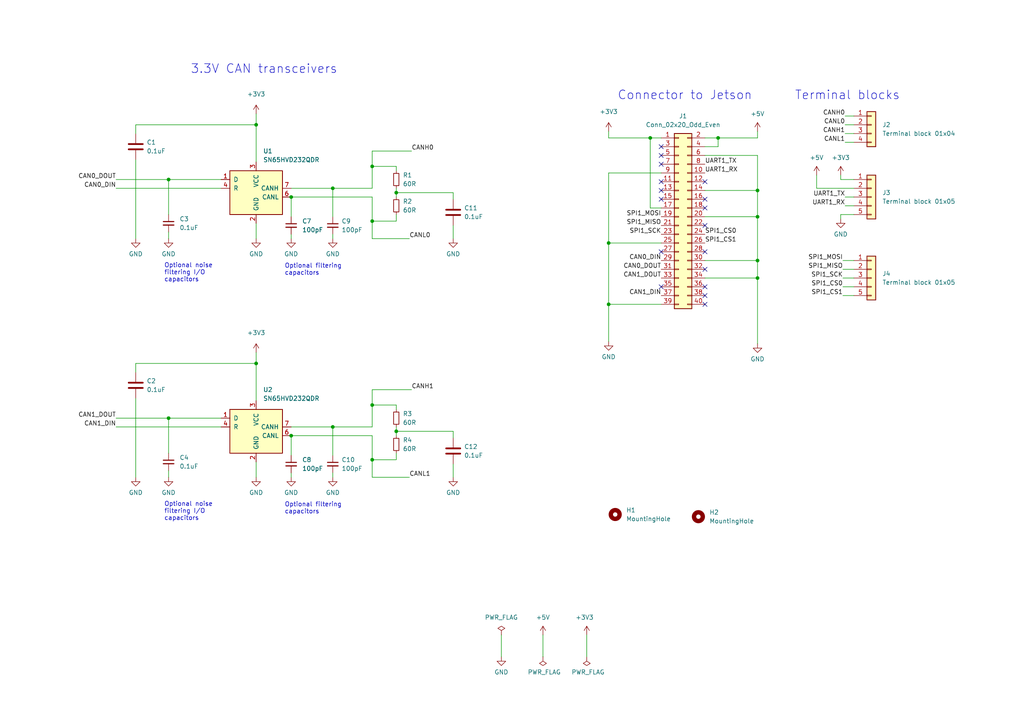
<source format=kicad_sch>
(kicad_sch (version 20211123) (generator eeschema)
  (paper "A4")
  (title_block (title "Jetson interface board w/ 3.3V CAN transceivers") (date "2022-05-08") (comment 2 "Author: Vincent Nguyen"))
  (lib_symbols
    (symbol "Connector_Generic:Conn_01x04" (pin_names (offset 1.016) hide)
      (property "Reference" "J" (at 0 5.08 0))
      (property "Value" "Conn_01x04" (at 0 -7.62 0))
      (symbol "Conn_01x04_1_1"
        (rectangle (start -1.27 -4.953) (end 0 -5.207) (stroke (width 0.1524)))
        (rectangle (start -1.27 -2.413) (end 0 -2.667) (stroke (width 0.1524)))
        (rectangle (start -1.27 0.127) (end 0 -0.127) (stroke (width 0.1524)))
        (rectangle (start -1.27 2.667) (end 0 2.413) (stroke (width 0.1524)))
        (rectangle (start -1.27 3.81) (end 1.27 -6.35) (stroke (width 0.254)) (fill (type background)))
        (pin passive line (at -5.08 2.54 0) (length 3.81) (name "Pin_1") (number "1"))
        (pin passive line (at -5.08 0 0) (length 3.81) (name "Pin_2") (number "2"))
        (pin passive line (at -5.08 -2.54 0) (length 3.81) (name "Pin_3") (number "3"))
        (pin passive line (at -5.08 -5.08 0) (length 3.81) (name "Pin_4") (number "4"))
      )
    )
    (symbol "Connector_Generic:Conn_01x05" (pin_names (offset 1.016) hide)
      (property "Reference" "J" (at 0 7.62 0))
      (property "Value" "Conn_01x05" (at 0 -7.62 0))
      (symbol "Conn_01x05_1_1"
        (rectangle (start -1.27 -4.953) (end 0 -5.207) (stroke (width 0.1524)))
        (rectangle (start -1.27 -2.413) (end 0 -2.667) (stroke (width 0.1524)))
        (rectangle (start -1.27 0.127) (end 0 -0.127) (stroke (width 0.1524)))
        (rectangle (start -1.27 2.667) (end 0 2.413) (stroke (width 0.1524)))
        (rectangle (start -1.27 5.207) (end 0 4.953) (stroke (width 0.1524)))
        (rectangle (start -1.27 6.35) (end 1.27 -6.35) (stroke (width 0.254)) (fill (type background)))
        (pin passive line (at -5.08 5.08 0) (length 3.81) (name "Pin_1") (number "1"))
        (pin passive line (at -5.08 2.54 0) (length 3.81) (name "Pin_2") (number "2"))
        (pin passive line (at -5.08 0 0) (length 3.81) (name "Pin_3") (number "3"))
        (pin passive line (at -5.08 -2.54 0) (length 3.81) (name "Pin_4") (number "4"))
        (pin passive line (at -5.08 -5.08 0) (length 3.81) (name "Pin_5") (number "5"))
      )
    )
    (symbol "Connector_Generic:Conn_02x20_Odd_Even" (pin_names (offset 1.016) hide)
      (property "Reference" "J" (at 1.27 25.4 0))
      (property "Value" "Conn_02x20_Odd_Even" (at 1.27 -27.94 0))
      (symbol "Conn_02x20_Odd_Even_1_1"
        (rectangle (start -1.27 -25.273) (end 0 -25.527) (stroke (width 0.1524)))
        (rectangle (start -1.27 -22.733) (end 0 -22.987) (stroke (width 0.1524)))
        (rectangle (start -1.27 -20.193) (end 0 -20.447) (stroke (width 0.1524)))
        (rectangle (start -1.27 -17.653) (end 0 -17.907) (stroke (width 0.1524)))
        (rectangle (start -1.27 -15.113) (end 0 -15.367) (stroke (width 0.1524)))
        (rectangle (start -1.27 -12.573) (end 0 -12.827) (stroke (width 0.1524)))
        (rectangle (start -1.27 -10.033) (end 0 -10.287) (stroke (width 0.1524)))
        (rectangle (start -1.27 -7.493) (end 0 -7.747) (stroke (width 0.1524)))
        (rectangle (start -1.27 -4.953) (end 0 -5.207) (stroke (width 0.1524)))
        (rectangle (start -1.27 -2.413) (end 0 -2.667) (stroke (width 0.1524)))
        (rectangle (start -1.27 0.127) (end 0 -0.127) (stroke (width 0.1524)))
        (rectangle (start -1.27 2.667) (end 0 2.413) (stroke (width 0.1524)))
        (rectangle (start -1.27 5.207) (end 0 4.953) (stroke (width 0.1524)))
        (rectangle (start -1.27 7.747) (end 0 7.493) (stroke (width 0.1524)))
        (rectangle (start -1.27 10.287) (end 0 10.033) (stroke (width 0.1524)))
        (rectangle (start -1.27 12.827) (end 0 12.573) (stroke (width 0.1524)))
        (rectangle (start -1.27 15.367) (end 0 15.113) (stroke (width 0.1524)))
        (rectangle (start -1.27 17.907) (end 0 17.653) (stroke (width 0.1524)))
        (rectangle (start -1.27 20.447) (end 0 20.193) (stroke (width 0.1524)))
        (rectangle (start -1.27 22.987) (end 0 22.733) (stroke (width 0.1524)))
        (rectangle (start -1.27 24.13) (end 3.81 -26.67) (stroke (width 0.254)) (fill (type background)))
        (rectangle (start 3.81 -25.273) (end 2.54 -25.527) (stroke (width 0.1524)))
        (rectangle (start 3.81 -22.733) (end 2.54 -22.987) (stroke (width 0.1524)))
        (rectangle (start 3.81 -20.193) (end 2.54 -20.447) (stroke (width 0.1524)))
        (rectangle (start 3.81 -17.653) (end 2.54 -17.907) (stroke (width 0.1524)))
        (rectangle (start 3.81 -15.113) (end 2.54 -15.367) (stroke (width 0.1524)))
        (rectangle (start 3.81 -12.573) (end 2.54 -12.827) (stroke (width 0.1524)))
        (rectangle (start 3.81 -10.033) (end 2.54 -10.287) (stroke (width 0.1524)))
        (rectangle (start 3.81 -7.493) (end 2.54 -7.747) (stroke (width 0.1524)))
        (rectangle (start 3.81 -4.953) (end 2.54 -5.207) (stroke (width 0.1524)))
        (rectangle (start 3.81 -2.413) (end 2.54 -2.667) (stroke (width 0.1524)))
        (rectangle (start 3.81 0.127) (end 2.54 -0.127) (stroke (width 0.1524)))
        (rectangle (start 3.81 2.667) (end 2.54 2.413) (stroke (width 0.1524)))
        (rectangle (start 3.81 5.207) (end 2.54 4.953) (stroke (width 0.1524)))
        (rectangle (start 3.81 7.747) (end 2.54 7.493) (stroke (width 0.1524)))
        (rectangle (start 3.81 10.287) (end 2.54 10.033) (stroke (width 0.1524)))
        (rectangle (start 3.81 12.827) (end 2.54 12.573) (stroke (width 0.1524)))
        (rectangle (start 3.81 15.367) (end 2.54 15.113) (stroke (width 0.1524)))
        (rectangle (start 3.81 17.907) (end 2.54 17.653) (stroke (width 0.1524)))
        (rectangle (start 3.81 20.447) (end 2.54 20.193) (stroke (width 0.1524)))
        (rectangle (start 3.81 22.987) (end 2.54 22.733) (stroke (width 0.1524)))
        (pin passive line (at -5.08 22.86 0) (length 3.81) (name "Pin_1") (number "1"))
        (pin passive line (at 7.62 12.7 180) (length 3.81) (name "Pin_10") (number "10"))
        (pin passive line (at -5.08 10.16 0) (length 3.81) (name "Pin_11") (number "11"))
        (pin passive line (at 7.62 10.16 180) (length 3.81) (name "Pin_12") (number "12"))
        (pin passive line (at -5.08 7.62 0) (length 3.81) (name "Pin_13") (number "13"))
        (pin passive line (at 7.62 7.62 180) (length 3.81) (name "Pin_14") (number "14"))
        (pin passive line (at -5.08 5.08 0) (length 3.81) (name "Pin_15") (number "15"))
        (pin passive line (at 7.62 5.08 180) (length 3.81) (name "Pin_16") (number "16"))
        (pin passive line (at -5.08 2.54 0) (length 3.81) (name "Pin_17") (number "17"))
        (pin passive line (at 7.62 2.54 180) (length 3.81) (name "Pin_18") (number "18"))
        (pin passive line (at -5.08 0 0) (length 3.81) (name "Pin_19") (number "19"))
        (pin passive line (at 7.62 22.86 180) (length 3.81) (name "Pin_2") (number "2"))
        (pin passive line (at 7.62 0 180) (length 3.81) (name "Pin_20") (number "20"))
        (pin passive line (at -5.08 -2.54 0) (length 3.81) (name "Pin_21") (number "21"))
        (pin passive line (at 7.62 -2.54 180) (length 3.81) (name "Pin_22") (number "22"))
        (pin passive line (at -5.08 -5.08 0) (length 3.81) (name "Pin_23") (number "23"))
        (pin passive line (at 7.62 -5.08 180) (length 3.81) (name "Pin_24") (number "24"))
        (pin passive line (at -5.08 -7.62 0) (length 3.81) (name "Pin_25") (number "25"))
        (pin passive line (at 7.62 -7.62 180) (length 3.81) (name "Pin_26") (number "26"))
        (pin passive line (at -5.08 -10.16 0) (length 3.81) (name "Pin_27") (number "27"))
        (pin passive line (at 7.62 -10.16 180) (length 3.81) (name "Pin_28") (number "28"))
        (pin passive line (at -5.08 -12.7 0) (length 3.81) (name "Pin_29") (number "29"))
        (pin passive line (at -5.08 20.32 0) (length 3.81) (name "Pin_3") (number "3"))
        (pin passive line (at 7.62 -12.7 180) (length 3.81) (name "Pin_30") (number "30"))
        (pin passive line (at -5.08 -15.24 0) (length 3.81) (name "Pin_31") (number "31"))
        (pin passive line (at 7.62 -15.24 180) (length 3.81) (name "Pin_32") (number "32"))
        (pin passive line (at -5.08 -17.78 0) (length 3.81) (name "Pin_33") (number "33"))
        (pin passive line (at 7.62 -17.78 180) (length 3.81) (name "Pin_34") (number "34"))
        (pin passive line (at -5.08 -20.32 0) (length 3.81) (name "Pin_35") (number "35"))
        (pin passive line (at 7.62 -20.32 180) (length 3.81) (name "Pin_36") (number "36"))
        (pin passive line (at -5.08 -22.86 0) (length 3.81) (name "Pin_37") (number "37"))
        (pin passive line (at 7.62 -22.86 180) (length 3.81) (name "Pin_38") (number "38"))
        (pin passive line (at -5.08 -25.4 0) (length 3.81) (name "Pin_39") (number "39"))
        (pin passive line (at 7.62 20.32 180) (length 3.81) (name "Pin_4") (number "4"))
        (pin passive line (at 7.62 -25.4 180) (length 3.81) (name "Pin_40") (number "40"))
        (pin passive line (at -5.08 17.78 0) (length 3.81) (name "Pin_5") (number "5"))
        (pin passive line (at 7.62 17.78 180) (length 3.81) (name "Pin_6") (number "6"))
        (pin passive line (at -5.08 15.24 0) (length 3.81) (name "Pin_7") (number "7"))
        (pin passive line (at 7.62 15.24 180) (length 3.81) (name "Pin_8") (number "8"))
        (pin passive line (at -5.08 12.7 0) (length 3.81) (name "Pin_9") (number "9"))
      )
    )
    (symbol "Device:C" (pin_numbers hide) (pin_names (offset 0.254))
      (property "Reference" "C" (at 0.635 2.54 0))
      (property "Value" "C" (at 0.635 -2.54 0))
      (symbol "C_0_1"
        (polyline (pts (xy -2.032 -0.762) (xy 2.032 -0.762)) (stroke (width 0.508)))
        (polyline (pts (xy -2.032 0.762) (xy 2.032 0.762)) (stroke (width 0.508)))
      )
      (symbol "C_1_1"
        (pin passive line (at 0 3.81 270) (length 2.794) (name "~") (number "1"))
        (pin passive line (at 0 -3.81 90) (length 2.794) (name "~") (number "2"))
      )
    )
    (symbol "Device:C_Small" (pin_numbers hide) (pin_names (offset 0.254) hide)
      (property "Reference" "C" (at 0.254 1.778 0))
      (property "Value" "C_Small" (at 0.254 -2.032 0))
      (symbol "C_Small_0_1"
        (polyline (pts (xy -1.524 -0.508) (xy 1.524 -0.508)) (stroke (width 0.3302)))
        (polyline (pts (xy -1.524 0.508) (xy 1.524 0.508)) (stroke (width 0.3048)))
      )
      (symbol "C_Small_1_1"
        (pin passive line (at 0 2.54 270) (length 2.032) (name "~") (number "1"))
        (pin passive line (at 0 -2.54 90) (length 2.032) (name "~") (number "2"))
      )
    )
    (symbol "Device:R_Small" (pin_numbers hide) (pin_names (offset 0.254) hide)
      (property "Reference" "R" (at 0.762 0.508 0))
      (property "Value" "R_Small" (at 0.762 -1.016 0))
      (symbol "R_Small_0_1"
        (rectangle (start -0.762 1.778) (end 0.762 -1.778) (stroke (width 0.2032)))
      )
      (symbol "R_Small_1_1"
        (pin passive line (at 0 2.54 270) (length 0.762) (name "~") (number "1"))
        (pin passive line (at 0 -2.54 90) (length 0.762) (name "~") (number "2"))
      )
    )
    (symbol "Interface_CAN_LIN:SN65HVD232" (pin_names (offset 1.016))
      (property "Reference" "U" (at -2.54 10.16 0))
      (property "Value" "SN65HVD232" (at -2.54 7.62 0))
      (symbol "SN65HVD232_0_1"
        (rectangle (start -7.62 5.08) (end 7.62 -7.62) (stroke (width 0.254)) (fill (type background)))
      )
      (symbol "SN65HVD232_1_1"
        (pin input line (at -10.16 2.54 0) (length 2.54) (name "D") (number "1"))
        (pin power_in line (at 0 -10.16 90) (length 2.54) (name "GND") (number "2"))
        (pin power_in line (at 0 7.62 270) (length 2.54) (name "VCC") (number "3"))
        (pin output line (at -10.16 0 0) (length 2.54) (name "R") (number "4"))
        (pin no_connect line (at -10.16 -2.54 0) (length 2.54) hide (name "NC") (number "5"))
        (pin bidirectional line (at 10.16 -2.54 180) (length 2.54) (name "CANL") (number "6"))
        (pin bidirectional line (at 10.16 0 180) (length 2.54) (name "CANH") (number "7"))
        (pin no_connect line (at -10.16 -5.08 0) (length 2.54) hide (name "NC") (number "8"))
      )
    )
    (symbol "Mechanical:MountingHole" (pin_names (offset 1.016))
      (property "Reference" "H" (at 0 5.08 0))
      (property "Value" "MountingHole" (at 0 3.175 0))
      (symbol "MountingHole_0_1"
        (circle (center 0 0) (radius 1.27) (stroke (width 1.27)))
      )
    )
    (symbol "power:+3V3" (power) (pin_names (offset 0))
      (property "Value" "+3V3" (at 0 3.556 0))
      (symbol "+3V3_0_1"
        (polyline (pts (xy -0.762 1.27) (xy 0 2.54)))
        (polyline (pts (xy 0 0) (xy 0 2.54)))
        (polyline (pts (xy 0 2.54) (xy 0.762 1.27)))
      )
      (symbol "+3V3_1_1"
        (pin power_in line (at 0 0 90) (length 0) hide (name "+3V3") (number "1"))
      )
    )
    (symbol "power:+5V" (power) (pin_names (offset 0))
      (property "Value" "+5V" (at 0 3.556 0))
      (symbol "+5V_0_1"
        (polyline (pts (xy -0.762 1.27) (xy 0 2.54)))
        (polyline (pts (xy 0 0) (xy 0 2.54)))
        (polyline (pts (xy 0 2.54) (xy 0.762 1.27)))
      )
      (symbol "+5V_1_1"
        (pin power_in line (at 0 0 90) (length 0) hide (name "+5V") (number "1"))
      )
    )
    (symbol "power:GND" (power) (pin_names (offset 0))
      (property "Value" "GND" (at 0 -3.81 0))
      (symbol "GND_0_1"
        (polyline (pts (xy 0 0) (xy 0 -1.27) (xy 1.27 -1.27) (xy 0 -2.54) (xy -1.27 -1.27) (xy 0 -1.27)))
      )
      (symbol "GND_1_1"
        (pin power_in line (at 0 0 270) (length 0) hide (name "GND") (number "1"))
      )
    )
    (symbol "power:PWR_FLAG" (power) (pin_numbers hide) (pin_names (offset 0) hide)
      (property "Value" "PWR_FLAG" (at 0 3.81 0))
      (symbol "PWR_FLAG_0_0"
        (pin power_out line (at 0 0 90) (length 0) (name "pwr") (number "1"))
      )
      (symbol "PWR_FLAG_0_1"
        (polyline (pts (xy 0 0) (xy 0 1.27) (xy -1.016 1.905) (xy 0 2.54) (xy 1.016 1.905) (xy 0 1.27)))
      )
    )
  )
  (junction (at 48.895 52.07))
  (junction (at 219.71 80.645))
  (junction (at 84.455 126.365))
  (junction (at 107.95 64.135))
  (junction (at 84.455 57.15))
  (junction (at 74.295 36.195))
  (junction (at 219.71 55.245))
  (junction (at 48.895 121.285))
  (junction (at 107.95 117.475))
  (junction (at 176.53 88.265))
  (junction (at 114.935 55.88))
  (junction (at 74.295 105.41))
  (junction (at 208.28 40.005))
  (junction (at 114.935 125.095))
  (junction (at 107.95 133.35))
  (junction (at 96.52 123.825))
  (junction (at 219.71 62.865))
  (junction (at 188.595 40.005))
  (junction (at 176.53 70.485))
  (junction (at 107.95 48.26))
  (junction (at 96.52 54.61))
  (junction (at 219.71 75.565))
  (no_connect (at 191.77 57.785))
  (no_connect (at 191.77 52.705))
  (no_connect (at 191.77 55.245))
  (no_connect (at 191.77 83.185))
  (no_connect (at 191.77 73.025))
  (no_connect (at 204.47 88.265))
  (no_connect (at 191.77 45.085))
  (no_connect (at 191.77 47.625))
  (no_connect (at 191.77 42.545))
  (no_connect (at 204.47 78.105))
  (no_connect (at 204.47 73.025))
  (no_connect (at 204.47 83.185))
  (no_connect (at 204.47 85.725))
  (no_connect (at 204.47 65.405))
  (no_connect (at 204.47 52.705))
  (no_connect (at 204.47 60.325))
  (no_connect (at 204.47 57.785))
  (wire (pts (xy 176.53 50.165) (xy 191.77 50.165)))
  (wire (pts (xy 96.52 123.825) (xy 107.95 123.825)))
  (wire (pts (xy 74.295 133.985) (xy 74.295 138.43)))
  (wire (pts (xy 204.47 42.545) (xy 208.28 42.545)))
  (wire (pts (xy 244.475 85.725) (xy 247.65 85.725)))
  (wire (pts (xy 176.53 70.485) (xy 191.77 70.485)))
  (wire (pts (xy 145.415 184.15) (xy 145.415 190.5)))
  (wire (pts (xy 118.745 138.43) (xy 107.95 138.43)))
  (wire (pts (xy 208.28 40.005) (xy 219.71 40.005)))
  (wire (pts (xy 107.95 69.215) (xy 107.95 64.135)))
  (wire (pts (xy 191.77 60.325) (xy 188.595 60.325)))
  (wire (pts (xy 219.71 99.695) (xy 219.71 80.645)))
  (wire (pts (xy 176.53 40.005) (xy 188.595 40.005)))
  (wire (pts (xy 84.455 126.365) (xy 84.455 132.08)))
  (wire (pts (xy 114.935 64.135) (xy 114.935 62.23)))
  (wire (pts (xy 107.95 117.475) (xy 114.935 117.475)))
  (wire (pts (xy 107.95 48.26) (xy 114.935 48.26)))
  (wire (pts (xy 84.455 123.825) (xy 96.52 123.825)))
  (wire (pts (xy 219.71 75.565) (xy 219.71 62.865)))
  (wire (pts (xy 119.38 43.815) (xy 107.95 43.815)))
  (wire (pts (xy 244.475 78.105) (xy 247.65 78.105)))
  (wire (pts (xy 114.935 55.88) (xy 114.935 57.15)))
  (wire (pts (xy 170.18 184.15) (xy 170.18 190.5)))
  (wire (pts (xy 84.455 126.365) (xy 107.95 126.365)))
  (wire (pts (xy 74.295 33.02) (xy 74.295 36.195)))
  (wire (pts (xy 114.935 54.61) (xy 114.935 55.88)))
  (wire (pts (xy 107.95 113.03) (xy 107.95 117.475)))
  (wire (pts (xy 39.37 36.195) (xy 74.295 36.195)))
  (wire (pts (xy 204.47 45.085) (xy 219.71 45.085)))
  (wire (pts (xy 219.71 40.005) (xy 219.71 38.1)))
  (wire (pts (xy 245.11 38.735) (xy 247.65 38.735)))
  (wire (pts (xy 84.455 57.15) (xy 107.95 57.15)))
  (wire (pts (xy 244.475 83.185) (xy 247.65 83.185)))
  (wire (pts (xy 74.295 36.195) (xy 74.295 46.99)))
  (wire (pts (xy 176.53 88.265) (xy 191.77 88.265)))
  (wire (pts (xy 204.47 62.865) (xy 219.71 62.865)))
  (wire (pts (xy 244.475 75.565) (xy 247.65 75.565)))
  (wire (pts (xy 39.37 46.355) (xy 39.37 69.215)))
  (wire (pts (xy 114.935 125.095) (xy 131.445 125.095)))
  (wire (pts (xy 131.445 127) (xy 131.445 125.095)))
  (wire (pts (xy 176.53 99.06) (xy 176.53 88.265)))
  (wire (pts (xy 107.95 138.43) (xy 107.95 133.35)))
  (wire (pts (xy 176.53 38.1) (xy 176.53 40.005)))
  (wire (pts (xy 219.71 62.865) (xy 219.71 55.245)))
  (wire (pts (xy 114.935 48.26) (xy 114.935 49.53)))
  (wire (pts (xy 204.47 80.645) (xy 219.71 80.645)))
  (wire (pts (xy 33.655 121.285) (xy 48.895 121.285)))
  (wire (pts (xy 208.28 42.545) (xy 208.28 40.005)))
  (wire (pts (xy 39.37 105.41) (xy 74.295 105.41)))
  (wire (pts (xy 84.455 54.61) (xy 96.52 54.61)))
  (wire (pts (xy 219.71 80.645) (xy 219.71 75.565)))
  (wire (pts (xy 114.935 123.825) (xy 114.935 125.095)))
  (wire (pts (xy 204.47 40.005) (xy 208.28 40.005)))
  (wire (pts (xy 96.52 54.61) (xy 107.95 54.61)))
  (wire (pts (xy 188.595 40.005) (xy 191.77 40.005)))
  (wire (pts (xy 107.95 123.825) (xy 107.95 117.475)))
  (wire (pts (xy 131.445 134.62) (xy 131.445 138.43)))
  (wire (pts (xy 33.655 52.07) (xy 48.895 52.07)))
  (wire (pts (xy 84.455 67.945) (xy 84.455 69.215)))
  (wire (pts (xy 157.48 184.15) (xy 157.48 190.5)))
  (wire (pts (xy 243.84 50.8) (xy 243.84 52.07)))
  (wire (pts (xy 243.84 52.07) (xy 247.65 52.07)))
  (wire (pts (xy 48.895 131.445) (xy 48.895 121.285)))
  (wire (pts (xy 245.11 41.275) (xy 247.65 41.275)))
  (wire (pts (xy 48.895 136.525) (xy 48.895 138.43)))
  (wire (pts (xy 114.935 117.475) (xy 114.935 118.745)))
  (wire (pts (xy 176.53 70.485) (xy 176.53 50.165)))
  (wire (pts (xy 114.935 133.35) (xy 114.935 131.445)))
  (wire (pts (xy 96.52 123.825) (xy 96.52 132.08)))
  (wire (pts (xy 176.53 88.265) (xy 176.53 70.485)))
  (wire (pts (xy 48.895 52.07) (xy 48.895 62.23)))
  (wire (pts (xy 39.37 115.57) (xy 39.37 138.43)))
  (wire (pts (xy 107.95 54.61) (xy 107.95 48.26)))
  (wire (pts (xy 243.84 62.23) (xy 243.84 63.5)))
  (wire (pts (xy 74.295 105.41) (xy 74.295 116.205)))
  (wire (pts (xy 96.52 67.945) (xy 96.52 69.215)))
  (wire (pts (xy 247.65 54.61) (xy 236.855 54.61)))
  (wire (pts (xy 107.95 57.15) (xy 107.95 64.135)))
  (wire (pts (xy 107.95 43.815) (xy 107.95 48.26)))
  (wire (pts (xy 118.745 69.215) (xy 107.95 69.215)))
  (wire (pts (xy 204.47 55.245) (xy 219.71 55.245)))
  (wire (pts (xy 107.95 126.365) (xy 107.95 133.35)))
  (wire (pts (xy 204.47 75.565) (xy 219.71 75.565)))
  (wire (pts (xy 245.11 33.655) (xy 247.65 33.655)))
  (wire (pts (xy 131.445 65.405) (xy 131.445 69.215)))
  (wire (pts (xy 33.655 123.825) (xy 64.135 123.825)))
  (wire (pts (xy 247.65 62.23) (xy 243.84 62.23)))
  (wire (pts (xy 48.895 52.07) (xy 64.135 52.07)))
  (wire (pts (xy 74.295 102.235) (xy 74.295 105.41)))
  (wire (pts (xy 188.595 60.325) (xy 188.595 40.005)))
  (wire (pts (xy 96.52 54.61) (xy 96.52 62.865)))
  (wire (pts (xy 33.655 54.61) (xy 64.135 54.61)))
  (wire (pts (xy 245.11 57.15) (xy 247.65 57.15)))
  (wire (pts (xy 131.445 55.88) (xy 131.445 57.785)))
  (wire (pts (xy 107.95 133.35) (xy 114.935 133.35)))
  (wire (pts (xy 96.52 137.16) (xy 96.52 138.43)))
  (wire (pts (xy 84.455 137.16) (xy 84.455 138.43)))
  (wire (pts (xy 107.95 64.135) (xy 114.935 64.135)))
  (wire (pts (xy 39.37 38.735) (xy 39.37 36.195)))
  (wire (pts (xy 114.935 125.095) (xy 114.935 126.365)))
  (wire (pts (xy 245.11 36.195) (xy 247.65 36.195)))
  (wire (pts (xy 236.855 54.61) (xy 236.855 50.8)))
  (wire (pts (xy 48.895 67.31) (xy 48.895 69.215)))
  (wire (pts (xy 245.11 59.69) (xy 247.65 59.69)))
  (wire (pts (xy 74.295 64.77) (xy 74.295 69.215)))
  (wire (pts (xy 48.895 121.285) (xy 64.135 121.285)))
  (wire (pts (xy 114.935 55.88) (xy 131.445 55.88)))
  (wire (pts (xy 84.455 57.15) (xy 84.455 62.865)))
  (wire (pts (xy 244.475 80.645) (xy 247.65 80.645)))
  (wire (pts (xy 219.71 55.245) (xy 219.71 45.085)))
  (wire (pts (xy 39.37 107.95) (xy 39.37 105.41)))
  (wire (pts (xy 119.38 113.03) (xy 107.95 113.03)))
  (text "Connector to Jetson" (at 179.07 29.21 0) (effects (font (size 2.54 2.54)) (justify left bottom)))
  (text "Optional filtering \ncapacitors" (at 82.55 80.01 0) (effects (font (size 1.27 1.27)) (justify left bottom)))
  (text "Optional filtering \ncapacitors" (at 82.55 149.225 0) (effects (font (size 1.27 1.27)) (justify left bottom)))
  (text "Terminal blocks" (at 230.505 29.21 0) (effects (font (size 2.54 2.54)) (justify left bottom)))
  (text "Optional noise \nfiltering I/O \ncapacitors" (at 47.625 81.915 0) (effects (font (size 1.27 1.27)) (justify left bottom)))
  (text "Optional noise \nfiltering I/O \ncapacitors" (at 47.625 151.13 0) (effects (font (size 1.27 1.27)) (justify left bottom)))
  (text "3.3V CAN transceivers" (at 55.245 21.59 0) (effects (font (size 2.54 2.54)) (justify left bottom)))
  (label "SPI1_MISO" (at 191.77 65.405 180))
  (label "SPI1_SCK" (at 244.475 80.645 180))
  (label "SPI1_MOSI" (at 244.475 75.565 180))
  (label "CAN1_DIN" (at 191.77 85.725 180))
  (label "SPI1_CS1" (at 244.475 85.725 180))
  (label "SPI1_MISO" (at 244.475 78.105 180))
  (label "CAN1_DOUT" (at 33.655 121.285 180))
  (label "CANL0" (at 118.745 69.215 0))
  (label "CANL1" (at 245.11 41.275 180))
  (label "CAN0_DIN" (at 33.655 54.61 180))
  (label "CANL1" (at 118.745 138.43 0))
  (label "UART1_TX" (at 204.47 47.625 0))
  (label "CANH0" (at 245.11 33.655 180))
  (label "UART1_TX" (at 245.11 57.15 180))
  (label "CAN0_DOUT" (at 33.655 52.07 180))
  (label "CAN0_DOUT" (at 191.77 78.105 180))
  (label "SPI1_MOSI" (at 191.77 62.865 180))
  (label "CANH1" (at 245.11 38.735 180))
  (label "CANH1" (at 119.38 113.03 0))
  (label "UART1_RX" (at 245.11 59.69 180))
  (label "SPI1_CS0" (at 204.47 67.945 0))
  (label "CANH0" (at 119.38 43.815 0))
  (label "SPI1_CS0" (at 244.475 83.185 180))
  (label "UART1_RX" (at 204.47 50.165 0))
  (label "SPI1_SCK" (at 191.77 67.945 180))
  (label "CANL0" (at 245.11 36.195 180))
  (label "CAN1_DIN" (at 33.655 123.825 180))
  (label "SPI1_CS1" (at 204.47 70.485 0))
  (label "CAN1_DOUT" (at 191.77 80.645 180))
  (label "CAN0_DIN" (at 191.77 75.565 180))
  (symbol (lib_id "Device:C") (at 131.445 61.595 0) (unit 1)
    (property "Reference" "C11" (at 134.62 60.3312 0) (effects (justify left)))
    (property "Value" "0.1uF" (at 134.62 62.8712 0) (effects (justify left)))
    (property "Footprint" "Capacitor_SMD:C_0603_1608Metric" (effects hide))
    (property "Digikey ref" "1276-1935-1-ND" (effects hide))
    (property "Manufacturer ref" "CL10B104KB8NNWC" (effects hide))
  )
  (symbol (lib_id "Connector_Generic:Conn_02x20_Odd_Even") (at 196.85 62.865 0) (unit 1)
    (property "Reference" "J1" (at 198.12 33.655 0))
    (property "Value" "Conn_02x20_Odd_Even" (at 198.12 36.195 0))
    (property "Footprint" "0_Jetson_board:2x20 2.54mm Socket" (effects hide))
    (property "Datasheet" "https://drawings-pdf.s3.amazonaws.com/10494.pdf" (effects hide))
    (property "Datasheet2" "https://media.digikey.com/pdf/Data%20Sheets/Sullins%20PDFs/Female_Headers.100_DS.pdf" (effects hide))
    (property "Digikey ref" "S5534-ND" (effects hide))
    (property "Digikey ref2" "S6104-ND" (effects hide))
    (property "Manufacturer ref" "PPTC202LJBN-RC" (effects hide))
    (property "Manufacturer ref2" "PPTC202LFBN-RC" (effects hide))
  )
  (symbol (lib_id "power:GND") (at 74.295 138.43 0) (unit 1)
    (property "Reference" "#PWR010" (effects hide))
    (property "Value" "GND" (at 74.295 142.875 0))
  )
  (symbol (lib_id "Device:R_Small") (at 114.935 59.69 0) (unit 1)
    (property "Reference" "R2" (at 116.84 58.4199 0) (effects (justify left)))
    (property "Value" "60R" (at 116.84 60.9599 0) (effects (justify left)))
    (property "Footprint" "Resistor_SMD:R_0603_1608Metric" (effects hide))
    (property "Datasheet" "https://www.seielect.com/catalog/sei-rmcf_rmcp.pdf" (effects hide))
    (property "Digikey ref" "RMCF0603FT60R4CT-ND" (effects hide))
    (property "Manufacturer ref" "RMCF0603FT60R4" (effects hide))
  )
  (symbol (lib_id "power:GND") (at 48.895 69.215 0) (unit 1)
    (property "Reference" "#PWR03" (effects hide))
    (property "Value" "GND" (at 48.895 73.66 0))
  )
  (symbol (lib_id "power:PWR_FLAG") (at 170.18 190.5 180) (unit 1)
    (property "Reference" "#FLG0103" (effects hide))
    (property "Value" "PWR_FLAG" (at 165.735 194.945 0) (effects (justify right)))
  )
  (symbol (lib_id "power:PWR_FLAG") (at 157.48 190.5 180) (unit 1)
    (property "Reference" "#FLG0101" (effects hide))
    (property "Value" "PWR_FLAG" (at 153.035 194.945 0) (effects (justify right)))
  )
  (symbol (lib_id "Device:C") (at 39.37 42.545 0) (unit 1)
    (property "Reference" "C1" (at 42.545 41.2812 0) (effects (justify left)))
    (property "Value" "0.1uF" (at 42.545 43.8212 0) (effects (justify left)))
    (property "Footprint" "Capacitor_SMD:C_0603_1608Metric" (effects hide))
    (property "Digikey ref" "1276-1935-1-ND" (effects hide))
    (property "Manufacturer ref" "CL10B104KB8NNWC" (effects hide))
  )
  (symbol (lib_id "power:+3V3") (at 170.18 184.15 0) (unit 1)
    (property "Reference" "#PWR0103" (effects hide))
    (property "Value" "+3V3" (at 169.545 179.07 0))
  )
  (symbol (lib_id "power:PWR_FLAG") (at 145.415 184.15 0) (unit 1)
    (property "Reference" "#FLG0102" (effects hide))
    (property "Value" "PWR_FLAG" (at 145.415 179.07 0))
  )
  (symbol (lib_id "power:GND") (at 176.53 99.06 0) (unit 1)
    (property "Reference" "#PWR018" (effects hide))
    (property "Value" "GND" (at 176.53 103.505 0))
  )
  (symbol (lib_id "power:GND") (at 219.71 99.695 0) (unit 1)
    (property "Reference" "#PWR023" (effects hide))
    (property "Value" "GND" (at 219.71 104.14 0))
  )
  (symbol (lib_id "power:+3V3") (at 74.295 102.235 0) (unit 1)
    (property "Reference" "#PWR09" (effects hide))
    (property "Value" "+3V3" (at 74.295 96.52 0))
  )
  (symbol (lib_id "power:GND") (at 131.445 69.215 0) (unit 1)
    (property "Reference" "#PWR015" (effects hide))
    (property "Value" "GND" (at 131.445 73.66 0))
  )
  (symbol (lib_id "Mechanical:MountingHole") (at 178.435 149.225 0) (unit 1) (in_bom no)
    (property "Reference" "H1" (at 181.61 147.9549 0) (effects (justify left)))
    (property "Value" "MountingHole" (at 181.61 150.4949 0) (effects (justify left)))
    (property "Footprint" "MountingHole:MountingHole_2.2mm_M2_Pad_Via" (effects hide))
  )
  (symbol (lib_id "Device:R_Small") (at 114.935 121.285 0) (unit 1)
    (property "Reference" "R3" (at 116.84 120.0149 0) (effects (justify left)))
    (property "Value" "60R" (at 116.84 122.5549 0) (effects (justify left)))
    (property "Footprint" "Resistor_SMD:R_0603_1608Metric" (effects hide))
    (property "Datasheet" "https://www.seielect.com/catalog/sei-rmcf_rmcp.pdf" (effects hide))
    (property "Digikey ref" "RMCF0603FT60R4CT-ND" (effects hide))
    (property "Manufacturer ref" "RMCF0603FT60R4" (effects hide))
  )
  (symbol (lib_id "power:+5V") (at 219.71 38.1 0) (unit 1)
    (property "Reference" "#PWR022" (effects hide))
    (property "Value" "+5V" (at 219.71 33.02 0))
  )
  (symbol (lib_id "power:GND") (at 39.37 69.215 0) (unit 1)
    (property "Reference" "#PWR01" (effects hide))
    (property "Value" "GND" (at 39.37 73.66 0))
  )
  (symbol (lib_id "Device:R_Small") (at 114.935 52.07 0) (unit 1)
    (property "Reference" "R1" (at 116.84 50.7999 0) (effects (justify left)))
    (property "Value" "60R" (at 116.84 53.3399 0) (effects (justify left)))
    (property "Footprint" "Resistor_SMD:R_0603_1608Metric" (effects hide))
    (property "Datasheet" "https://www.seielect.com/catalog/sei-rmcf_rmcp.pdf" (effects hide))
    (property "Digikey ref" "RMCF0603FT60R4CT-ND" (effects hide))
    (property "Manufacturer ref" "RMCF0603FT60R4" (effects hide))
  )
  (symbol (lib_id "Device:C") (at 131.445 130.81 0) (unit 1)
    (property "Reference" "C12" (at 134.62 129.5462 0) (effects (justify left)))
    (property "Value" "0.1uF" (at 134.62 132.0862 0) (effects (justify left)))
    (property "Footprint" "Capacitor_SMD:C_0603_1608Metric" (effects hide))
    (property "Digikey ref" "1276-1935-1-ND" (effects hide))
    (property "Manufacturer ref" "CL10B104KB8NNWC" (effects hide))
  )
  (symbol (lib_id "Connector_Generic:Conn_01x04") (at 252.73 36.195 0) (unit 1)
    (property "Reference" "J2" (at 255.905 36.1949 0) (effects (justify left)))
    (property "Value" "Terminal block 01x04" (at 255.905 38.7349 0) (effects (justify left)))
    (property "Footprint" "0_Jetson_board:1725672" (effects hide))
    (property "Datasheet" "https://media.digikey.com/pdf/Data%20Sheets/Phoenix%20Contact%20PDFs/1725672.pdf" (effects hide))
    (property "Digikey ref" "277-1275-ND" (effects hide))
    (property "Manufacturer ref" "1725672" (effects hide))
  )
  (symbol (lib_id "Interface_CAN_LIN:SN65HVD232") (at 74.295 123.825 0) (unit 1)
    (property "Reference" "U2" (at 76.3144 113.03 0) (effects (justify left)))
    (property "Value" "SN65HVD232QDR" (at 76.3144 115.57 0) (effects (justify left)))
    (property "Footprint" "Package_SO:SOIC-8_3.9x4.9mm_P1.27mm" (effects hide))
    (property "Datasheet" "http://www.ti.com/lit/ds/symlink/sn65hvd230.pdf" (effects hide))
    (property "Comments" "We already have some stock" (effects hide))
  )
  (symbol (lib_id "power:GND") (at 84.455 69.215 0) (unit 1)
    (property "Reference" "#PWR011" (effects hide))
    (property "Value" "GND" (at 84.455 73.66 0))
  )
  (symbol (lib_id "power:GND") (at 74.295 69.215 0) (unit 1)
    (property "Reference" "#PWR08" (effects hide))
    (property "Value" "GND" (at 74.295 73.66 0))
  )
  (symbol (lib_id "Device:R_Small") (at 114.935 128.905 0) (unit 1)
    (property "Reference" "R4" (at 116.84 127.6349 0) (effects (justify left)))
    (property "Value" "60R" (at 116.84 130.1749 0) (effects (justify left)))
    (property "Footprint" "Resistor_SMD:R_0603_1608Metric" (effects hide))
    (property "Datasheet" "https://www.seielect.com/catalog/sei-rmcf_rmcp.pdf" (effects hide))
    (property "Digikey ref" "RMCF0603FT60R4CT-ND" (effects hide))
    (property "Manufacturer ref" "RMCF0603FT60R4" (effects hide))
  )
  (symbol (lib_id "Device:C_Small") (at 84.455 65.405 0) (unit 1)
    (property "Reference" "C7" (at 87.63 64.1412 0) (effects (justify left)))
    (property "Value" "100pF" (at 87.63 66.6812 0) (effects (justify left)))
    (property "Footprint" "Capacitor_SMD:C_0603_1608Metric" (effects hide))
    (property "Datasheet" "https://datasheets.kyocera-avx.com/C0GNP0-Dielectric.pdf" (effects hide))
    (property "Digikey ref" "478-1175-1-ND" (effects hide))
    (property "Manufacturer ref" "06035A101JAT2A" (effects hide))
  )
  (symbol (lib_id "Device:C_Small") (at 96.52 65.405 0) (unit 1)
    (property "Reference" "C9" (at 99.06 64.1412 0) (effects (justify left)))
    (property "Value" "100pF" (at 99.06 66.6812 0) (effects (justify left)))
    (property "Footprint" "Capacitor_SMD:C_0603_1608Metric" (effects hide))
    (property "Datasheet" "https://datasheets.kyocera-avx.com/C0GNP0-Dielectric.pdf" (effects hide))
    (property "Digikey ref" "478-1175-1-ND" (effects hide))
    (property "Manufacturer ref" "06035A101JAT2A" (effects hide))
  )
  (symbol (lib_id "power:GND") (at 131.445 138.43 0) (unit 1)
    (property "Reference" "#PWR016" (effects hide))
    (property "Value" "GND" (at 131.445 142.875 0))
  )
  (symbol (lib_id "Connector_Generic:Conn_01x05") (at 252.73 57.15 0) (unit 1)
    (property "Reference" "J3" (at 255.905 55.8799 0) (effects (justify left)))
    (property "Value" "Terminal block 01x05" (at 255.905 58.4199 0) (effects (justify left)))
    (property "Footprint" "0_Jetson_board:1725685" (effects hide))
    (property "Datasheet" "https://media.digikey.com/pdf/Data%20Sheets/Phoenix%20Contact%20PDFs/1725685.pdf" (effects hide))
    (property "Digikey ref" "277-1276-ND" (effects hide))
    (property "Manufacturer ref" "1725685" (effects hide))
  )
  (symbol (lib_id "power:+3V3") (at 176.53 38.1 0) (unit 1)
    (property "Reference" "#PWR017" (effects hide))
    (property "Value" "+3V3" (at 176.53 32.385 0))
  )
  (symbol (lib_id "Device:C") (at 39.37 111.76 0) (unit 1)
    (property "Reference" "C2" (at 42.545 110.4962 0) (effects (justify left)))
    (property "Value" "0.1uF" (at 42.545 113.0362 0) (effects (justify left)))
    (property "Footprint" "Capacitor_SMD:C_0603_1608Metric" (effects hide))
    (property "Digikey ref" "1276-1935-1-ND" (effects hide))
    (property "Manufacturer ref" "CL10B104KB8NNWC" (effects hide))
  )
  (symbol (lib_id "power:+5V") (at 157.48 184.15 0) (unit 1)
    (property "Reference" "#PWR0101" (effects hide))
    (property "Value" "+5V" (at 157.48 179.07 0))
  )
  (symbol (lib_id "Device:C_Small") (at 96.52 134.62 0) (unit 1)
    (property "Reference" "C10" (at 99.06 133.3562 0) (effects (justify left)))
    (property "Value" "100pF" (at 99.06 135.8962 0) (effects (justify left)))
    (property "Footprint" "Capacitor_SMD:C_0603_1608Metric" (effects hide))
    (property "Datasheet" "https://datasheets.kyocera-avx.com/C0GNP0-Dielectric.pdf" (effects hide))
    (property "Digikey ref" "478-1175-1-ND" (effects hide))
    (property "Manufacturer ref" "06035A101JAT2A" (effects hide))
  )
  (symbol (lib_id "power:GND") (at 96.52 138.43 0) (unit 1)
    (property "Reference" "#PWR014" (effects hide))
    (property "Value" "GND" (at 96.52 142.875 0))
  )
  (symbol (lib_id "Interface_CAN_LIN:SN65HVD232") (at 74.295 54.61 0) (unit 1)
    (property "Reference" "U1" (at 76.3144 43.815 0) (effects (justify left)))
    (property "Value" "SN65HVD232QDR" (at 76.3144 46.355 0) (effects (justify left)))
    (property "Footprint" "Package_SO:SOIC-8_3.9x4.9mm_P1.27mm" (effects hide))
    (property "Datasheet" "http://www.ti.com/lit/ds/symlink/sn65hvd230.pdf" (effects hide))
    (property "Comments" "We already have some stock" (effects hide))
  )
  (symbol (lib_id "power:GND") (at 96.52 69.215 0) (unit 1)
    (property "Reference" "#PWR013" (effects hide))
    (property "Value" "GND" (at 96.52 73.66 0))
  )
  (symbol (lib_id "power:GND") (at 48.895 138.43 0) (unit 1)
    (property "Reference" "#PWR04" (effects hide))
    (property "Value" "GND" (at 48.895 142.875 0))
  )
  (symbol (lib_id "Device:C_Small") (at 48.895 133.985 0) (unit 1)
    (property "Reference" "C4" (at 52.07 132.7212 0) (effects (justify left)))
    (property "Value" "0.1uF" (at 52.07 135.2612 0) (effects (justify left)))
    (property "Footprint" "Capacitor_SMD:C_0603_1608Metric" (effects hide))
    (property "Datasheet" "https://media.digikey.com/pdf/Data%20Sheets/Samsung%20PDFs/CL10B104KB8NNWC_Spec.pdf" (effects hide))
    (property "Digikey ref" "1276-1935-1-ND" (effects hide))
    (property "Manufacturer ref" "CL10B104KB8NNWC" (effects hide))
  )
  (symbol (lib_id "power:GND") (at 39.37 138.43 0) (unit 1)
    (property "Reference" "#PWR02" (effects hide))
    (property "Value" "GND" (at 39.37 142.875 0))
  )
  (symbol (lib_id "Device:C_Small") (at 84.455 134.62 0) (unit 1)
    (property "Reference" "C8" (at 87.63 133.3562 0) (effects (justify left)))
    (property "Value" "100pF" (at 87.63 135.8962 0) (effects (justify left)))
    (property "Footprint" "Capacitor_SMD:C_0603_1608Metric" (effects hide))
    (property "Datasheet" "https://datasheets.kyocera-avx.com/C0GNP0-Dielectric.pdf" (effects hide))
    (property "Digikey ref" "478-1175-1-ND" (effects hide))
    (property "Manufacturer ref" "06035A101JAT2A" (effects hide))
  )
  (symbol (lib_id "power:GND") (at 145.415 190.5 0) (unit 1)
    (property "Reference" "#PWR0102" (effects hide))
    (property "Value" "GND" (at 145.415 194.945 0))
  )
  (symbol (lib_id "Mechanical:MountingHole") (at 202.565 149.86 0) (unit 1) (in_bom no)
    (property "Reference" "H2" (at 205.74 148.5899 0) (effects (justify left)))
    (property "Value" "MountingHole" (at 205.74 151.1299 0) (effects (justify left)))
    (property "Footprint" "MountingHole:MountingHole_2.2mm_M2_Pad_Via" (effects hide))
  )
  (symbol (lib_id "Connector_Generic:Conn_01x05") (at 252.73 80.645 0) (unit 1)
    (property "Reference" "J4" (at 255.905 79.3749 0) (effects (justify left)))
    (property "Value" "Terminal block 01x05" (at 255.905 81.9149 0) (effects (justify left)))
    (property "Footprint" "0_Jetson_board:1725685" (effects hide))
    (property "Datasheet" "https://media.digikey.com/pdf/Data%20Sheets/Phoenix%20Contact%20PDFs/1725685.pdf" (effects hide))
    (property "Digikey ref" "277-1276-ND" (effects hide))
    (property "Manufacturer ref" "1725685" (effects hide))
  )
  (symbol (lib_id "power:+3V3") (at 74.295 33.02 0) (unit 1)
    (property "Reference" "#PWR07" (effects hide))
    (property "Value" "+3V3" (at 74.295 27.305 0))
  )
  (symbol (lib_id "power:GND") (at 84.455 138.43 0) (unit 1)
    (property "Reference" "#PWR012" (effects hide))
    (property "Value" "GND" (at 84.455 142.875 0))
  )
  (symbol (lib_id "power:+5V") (at 236.855 50.8 0) (unit 1)
    (property "Reference" "#PWR019" (effects hide))
    (property "Value" "+5V" (at 236.855 45.72 0))
  )
  (symbol (lib_id "power:+3V3") (at 243.84 50.8 0) (unit 1)
    (property "Reference" "#PWR020" (effects hide))
    (property "Value" "+3V3" (at 243.84 45.72 0))
  )
  (symbol (lib_id "Device:C_Small") (at 48.895 64.77 0) (unit 1)
    (property "Reference" "C3" (at 52.07 63.5062 0) (effects (justify left)))
    (property "Value" "0.1uF" (at 52.07 66.0462 0) (effects (justify left)))
    (property "Footprint" "Capacitor_SMD:C_0603_1608Metric" (effects hide))
    (property "Datasheet" "https://media.digikey.com/pdf/Data%20Sheets/Samsung%20PDFs/CL10B104KB8NNWC_Spec.pdf" (effects hide))
    (property "Digikey ref" "1276-1935-1-ND" (effects hide))
    (property "Manufacturer ref" "CL10B104KB8NNWC" (effects hide))
  )
  (symbol (lib_id "power:GND") (at 243.84 63.5 0) (unit 1)
    (property "Reference" "#PWR021" (effects hide))
    (property "Value" "GND" (at 243.84 67.945 0))
  )
)
</source>
